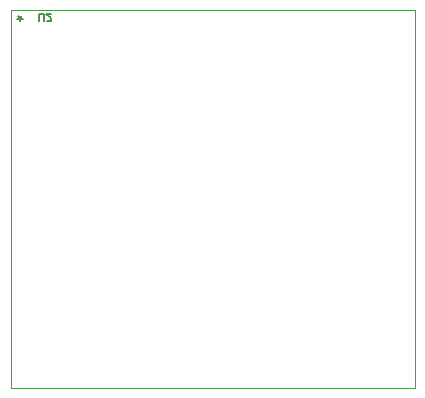
<source format=gbr>
G04 #@! TF.GenerationSoftware,KiCad,Pcbnew,(6.0.9)*
G04 #@! TF.CreationDate,2024-05-21T19:31:49-07:00*
G04 #@! TF.ProjectId,IMX294_MIPI_Breakout_Small,494d5832-3934-45f4-9d49-50495f427265,rev?*
G04 #@! TF.SameCoordinates,Original*
G04 #@! TF.FileFunction,Legend,Bot*
G04 #@! TF.FilePolarity,Positive*
%FSLAX46Y46*%
G04 Gerber Fmt 4.6, Leading zero omitted, Abs format (unit mm)*
G04 Created by KiCad (PCBNEW (6.0.9)) date 2024-05-21 19:31:49*
%MOMM*%
%LPD*%
G01*
G04 APERTURE LIST*
%ADD10C,0.150000*%
%ADD11C,0.100000*%
G04 APERTURE END LIST*
D10*
X128700000Y-82447619D02*
X128700000Y-82209523D01*
X128461904Y-82304761D02*
X128700000Y-82209523D01*
X128938095Y-82304761D01*
X128557142Y-82019047D02*
X128700000Y-82209523D01*
X128842857Y-82019047D01*
G04 #@! TO.C,U2*
X130304761Y-82455952D02*
X130304761Y-81929761D01*
X130335714Y-81867857D01*
X130366666Y-81836904D01*
X130428571Y-81805952D01*
X130552380Y-81805952D01*
X130614285Y-81836904D01*
X130645238Y-81867857D01*
X130676190Y-81929761D01*
X130676190Y-82455952D01*
X130954761Y-82394047D02*
X130985714Y-82425000D01*
X131047619Y-82455952D01*
X131202380Y-82455952D01*
X131264285Y-82425000D01*
X131295238Y-82394047D01*
X131326190Y-82332142D01*
X131326190Y-82270238D01*
X131295238Y-82177380D01*
X130923809Y-81805952D01*
X131326190Y-81805952D01*
D11*
X162100000Y-113500000D02*
X127900000Y-113500000D01*
X127900000Y-113500000D02*
X127900000Y-81500000D01*
X127900000Y-81500000D02*
X162100000Y-81500000D01*
X162100000Y-81500000D02*
X162100000Y-113500000D01*
G04 #@! TD*
M02*

</source>
